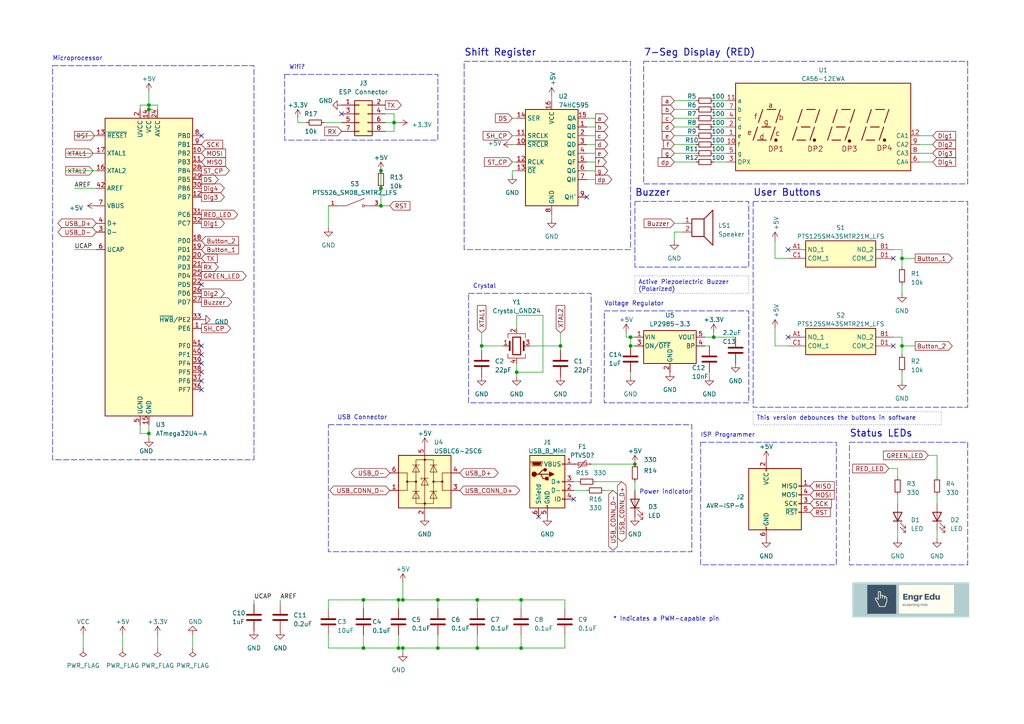
<source format=kicad_sch>
(kicad_sch (version 20230121) (generator eeschema)
  (paper "A4")
  (title_block (title "Arduino Uno Shield") (date "2023-03-22") (rev "1.0"))
  (junction (at 43.18 30.48))
  (junction (at 116.84 173.99))
  (junction (at 105.41 187.96))
  (junction (at 115.57 173.99))
  (junction (at 138.43 173.99))
  (junction (at 114.3 35.56))
  (junction (at 207.01 97.79))
  (junction (at 184.15 134.62))
  (junction (at 110.49 49.53))
  (junction (at 105.41 173.99))
  (junction (at 149.86 107.95))
  (junction (at 127 187.96))
  (junction (at 127 173.99))
  (junction (at 110.49 54.61))
  (junction (at 261.62 100.33))
  (junction (at 182.88 97.79))
  (junction (at 151.13 187.96))
  (junction (at 261.62 74.93))
  (junction (at 115.57 187.96))
  (junction (at 151.13 173.99))
  (junction (at 110.49 59.69))
  (junction (at 182.88 100.33))
  (junction (at 162.56 100.33))
  (junction (at 116.84 187.96))
  (junction (at 43.18 31.75))
  (junction (at 43.18 125.73))
  (junction (at 139.7 100.33))
  (junction (at 138.43 187.96))
  (no_connect (at 58.42 100.33))
  (no_connect (at 58.42 82.55))
  (no_connect (at 99.06 33.02))
  (no_connect (at 156.21 149.86))
  (no_connect (at 170.18 57.15))
  (no_connect (at 228.6 97.79))
  (no_connect (at 58.42 110.49))
  (no_connect (at 58.42 105.41))
  (no_connect (at 58.42 102.87))
  (no_connect (at 58.42 113.03))
  (no_connect (at 259.08 74.93))
  (no_connect (at 58.42 107.95))
  (no_connect (at 259.08 100.33))
  (no_connect (at 228.6 72.39))
  (no_connect (at 58.42 39.37))
  (no_connect (at 166.37 144.78))
  (wire (pts (xy 105.41 173.99) (xy 115.57 173.99)))
  (wire (pts (xy 86.36 35.56) (xy 88.9 35.56)))
  (wire (pts (xy 151.13 173.99) (xy 163.83 173.99)))
  (wire (pts (xy 160.02 62.23) (xy 160.02 63.5)))
  (wire (pts (xy 162.56 96.52) (xy 162.56 100.33)))
  (wire (pts (xy 261.62 100.33) (xy 261.62 102.87)))
  (wire (pts (xy 207.01 34.29) (xy 210.82 34.29)))
  (wire (pts (xy 138.43 187.96) (xy 151.13 187.96)))
  (wire (pts (xy 138.43 173.99) (xy 151.13 173.99)))
  (wire (pts (xy 184.15 100.33) (xy 182.88 100.33)))
  (wire (pts (xy 151.13 176.53) (xy 151.13 173.99)))
  (wire (pts (xy 105.41 187.96) (xy 115.57 187.96)))
  (wire (pts (xy 93.98 35.56) (xy 99.06 35.56)))
  (wire (pts (xy 195.58 67.31) (xy 195.58 69.85)))
  (wire (pts (xy 170.18 34.29) (xy 172.72 34.29)))
  (wire (pts (xy 115.57 187.96) (xy 116.84 187.96)))
  (wire (pts (xy 261.62 100.33) (xy 265.43 100.33)))
  (wire (pts (xy 95.25 176.53) (xy 95.25 173.99)))
  (wire (pts (xy 228.6 74.93) (xy 224.79 74.93)))
  (wire (pts (xy 105.41 184.15) (xy 105.41 187.96)))
  (wire (pts (xy 204.47 100.33) (xy 205.74 100.33)))
  (wire (pts (xy 261.62 74.93) (xy 261.62 77.47)))
  (wire (pts (xy 138.43 184.15) (xy 138.43 187.96)))
  (wire (pts (xy 260.35 143.51) (xy 260.35 146.05)))
  (wire (pts (xy 43.18 31.75) (xy 44.45 31.75)))
  (wire (pts (xy 110.49 49.53) (xy 110.49 54.61)))
  (wire (pts (xy 111.76 33.02) (xy 114.3 33.02)))
  (wire (pts (xy 81.28 173.99) (xy 81.28 175.26)))
  (wire (pts (xy 166.37 142.24) (xy 170.18 142.24)))
  (wire (pts (xy 148.59 39.37) (xy 149.86 39.37)))
  (wire (pts (xy 127 187.96) (xy 138.43 187.96)))
  (wire (pts (xy 259.08 72.39) (xy 261.62 72.39)))
  (wire (pts (xy 149.86 107.95) (xy 149.86 109.22)))
  (wire (pts (xy 116.84 187.96) (xy 127 187.96)))
  (wire (pts (xy 172.72 139.7) (xy 180.34 139.7)))
  (wire (pts (xy 163.83 176.53) (xy 163.83 173.99)))
  (wire (pts (xy 195.58 34.29) (xy 201.93 34.29)))
  (wire (pts (xy 195.58 64.77) (xy 198.12 64.77)))
  (wire (pts (xy 266.7 41.91) (xy 270.51 41.91)))
  (wire (pts (xy 151.13 187.96) (xy 163.83 187.96)))
  (wire (pts (xy 43.18 26.67) (xy 43.18 30.48)))
  (wire (pts (xy 207.01 96.52) (xy 207.01 97.79)))
  (wire (pts (xy 271.78 132.08) (xy 271.78 138.43)))
  (wire (pts (xy 195.58 31.75) (xy 201.93 31.75)))
  (wire (pts (xy 116.84 187.96) (xy 116.84 189.23)))
  (wire (pts (xy 149.86 105.41) (xy 149.86 107.95)))
  (wire (pts (xy 45.72 31.75) (xy 45.72 30.48)))
  (wire (pts (xy 149.86 49.53) (xy 148.59 49.53)))
  (wire (pts (xy 115.57 176.53) (xy 115.57 173.99)))
  (wire (pts (xy 163.83 184.15) (xy 163.83 187.96)))
  (wire (pts (xy 271.78 143.51) (xy 271.78 146.05)))
  (wire (pts (xy 195.58 39.37) (xy 201.93 39.37)))
  (wire (pts (xy 207.01 97.79) (xy 204.47 97.79)))
  (wire (pts (xy 160.02 27.94) (xy 160.02 29.21)))
  (wire (pts (xy 157.48 107.95) (xy 149.86 107.95)))
  (wire (pts (xy 269.24 132.08) (xy 271.78 132.08)))
  (wire (pts (xy 21.59 54.61) (xy 27.94 54.61)))
  (wire (pts (xy 19.05 44.45) (xy 27.94 44.45)))
  (wire (pts (xy 116.84 168.91) (xy 116.84 173.99)))
  (wire (pts (xy 95.25 59.69) (xy 95.25 66.04)))
  (wire (pts (xy 111.76 38.1) (xy 114.3 38.1)))
  (wire (pts (xy 43.18 30.48) (xy 43.18 31.75)))
  (wire (pts (xy 195.58 41.91) (xy 201.93 41.91)))
  (wire (pts (xy 148.59 34.29) (xy 149.86 34.29)))
  (wire (pts (xy 207.01 29.21) (xy 210.82 29.21)))
  (wire (pts (xy 55.88 184.15) (xy 55.88 187.96)))
  (wire (pts (xy 21.59 72.39) (xy 27.94 72.39)))
  (wire (pts (xy 261.62 74.93) (xy 265.43 74.93)))
  (wire (pts (xy 114.3 35.56) (xy 115.57 35.56)))
  (wire (pts (xy 271.78 153.67) (xy 271.78 156.21)))
  (wire (pts (xy 170.18 46.99) (xy 172.72 46.99)))
  (wire (pts (xy 266.7 44.45) (xy 270.51 44.45)))
  (wire (pts (xy 95.25 187.96) (xy 105.41 187.96)))
  (wire (pts (xy 171.45 134.62) (xy 184.15 134.62)))
  (wire (pts (xy 45.72 184.15) (xy 45.72 187.96)))
  (wire (pts (xy 162.56 101.6) (xy 162.56 100.33)))
  (wire (pts (xy 148.59 41.91) (xy 149.86 41.91)))
  (wire (pts (xy 207.01 36.83) (xy 210.82 36.83)))
  (wire (pts (xy 110.49 59.69) (xy 113.03 59.69)))
  (wire (pts (xy 116.84 173.99) (xy 127 173.99)))
  (wire (pts (xy 43.18 123.19) (xy 43.18 125.73)))
  (wire (pts (xy 182.88 97.79) (xy 182.88 100.33)))
  (wire (pts (xy 139.7 96.52) (xy 139.7 100.33)))
  (wire (pts (xy 115.57 173.99) (xy 116.84 173.99)))
  (wire (pts (xy 195.58 46.99) (xy 201.93 46.99)))
  (wire (pts (xy 198.12 67.31) (xy 195.58 67.31)))
  (wire (pts (xy 182.88 97.79) (xy 181.61 97.79)))
  (wire (pts (xy 40.64 123.19) (xy 40.64 125.73)))
  (wire (pts (xy 45.72 30.48) (xy 43.18 30.48)))
  (wire (pts (xy 127 176.53) (xy 127 173.99)))
  (wire (pts (xy 162.56 100.33) (xy 153.67 100.33)))
  (wire (pts (xy 43.18 125.73) (xy 43.18 127)))
  (wire (pts (xy 95.25 173.99) (xy 105.41 173.99)))
  (wire (pts (xy 207.01 97.79) (xy 213.36 97.79)))
  (wire (pts (xy 86.36 34.29) (xy 86.36 35.56)))
  (wire (pts (xy 95.25 184.15) (xy 95.25 187.96)))
  (wire (pts (xy 184.15 97.79) (xy 182.88 97.79)))
  (wire (pts (xy 148.59 49.53) (xy 148.59 50.8)))
  (wire (pts (xy 207.01 44.45) (xy 210.82 44.45)))
  (wire (pts (xy 127 173.99) (xy 138.43 173.99)))
  (wire (pts (xy 170.18 39.37) (xy 172.72 39.37)))
  (wire (pts (xy 261.62 72.39) (xy 261.62 74.93)))
  (wire (pts (xy 24.13 184.15) (xy 24.13 187.96)))
  (wire (pts (xy 207.01 31.75) (xy 210.82 31.75)))
  (wire (pts (xy 195.58 36.83) (xy 201.93 36.83)))
  (wire (pts (xy 139.7 100.33) (xy 146.05 100.33)))
  (wire (pts (xy 207.01 41.91) (xy 210.82 41.91)))
  (wire (pts (xy 149.86 95.25) (xy 149.86 91.44)))
  (wire (pts (xy 184.15 139.7) (xy 184.15 142.24)))
  (wire (pts (xy 40.64 31.75) (xy 40.64 30.48)))
  (wire (pts (xy 166.37 139.7) (xy 167.64 139.7)))
  (wire (pts (xy 157.48 91.44) (xy 157.48 107.95)))
  (wire (pts (xy 139.7 101.6) (xy 139.7 100.33)))
  (wire (pts (xy 261.62 82.55) (xy 261.62 85.09)))
  (wire (pts (xy 73.66 173.99) (xy 73.66 175.26)))
  (wire (pts (xy 170.18 41.91) (xy 172.72 41.91)))
  (wire (pts (xy 151.13 184.15) (xy 151.13 187.96)))
  (wire (pts (xy 266.7 46.99) (xy 270.51 46.99)))
  (wire (pts (xy 170.18 44.45) (xy 172.72 44.45)))
  (wire (pts (xy 40.64 30.48) (xy 43.18 30.48)))
  (wire (pts (xy 224.79 74.93) (xy 224.79 69.85)))
  (wire (pts (xy 170.18 36.83) (xy 172.72 36.83)))
  (wire (pts (xy 127 184.15) (xy 127 187.96)))
  (wire (pts (xy 138.43 176.53) (xy 138.43 173.99)))
  (wire (pts (xy 261.62 107.95) (xy 261.62 110.49)))
  (wire (pts (xy 19.05 49.53) (xy 27.94 49.53)))
  (wire (pts (xy 195.58 29.21) (xy 201.93 29.21)))
  (wire (pts (xy 195.58 44.45) (xy 201.93 44.45)))
  (wire (pts (xy 149.86 91.44) (xy 157.48 91.44)))
  (wire (pts (xy 21.59 39.37) (xy 27.94 39.37)))
  (wire (pts (xy 114.3 33.02) (xy 114.3 35.56)))
  (wire (pts (xy 260.35 135.89) (xy 260.35 138.43)))
  (wire (pts (xy 182.88 107.95) (xy 182.88 109.22)))
  (wire (pts (xy 259.08 97.79) (xy 261.62 97.79)))
  (wire (pts (xy 260.35 153.67) (xy 260.35 156.21)))
  (wire (pts (xy 40.64 125.73) (xy 43.18 125.73)))
  (wire (pts (xy 224.79 100.33) (xy 224.79 95.25)))
  (wire (pts (xy 111.76 35.56) (xy 114.3 35.56)))
  (wire (pts (xy 114.3 38.1) (xy 114.3 35.56)))
  (wire (pts (xy 207.01 39.37) (xy 210.82 39.37)))
  (wire (pts (xy 105.41 176.53) (xy 105.41 173.99)))
  (wire (pts (xy 170.18 52.07) (xy 172.72 52.07)))
  (wire (pts (xy 115.57 184.15) (xy 115.57 187.96)))
  (wire (pts (xy 266.7 39.37) (xy 270.51 39.37)))
  (wire (pts (xy 228.6 100.33) (xy 224.79 100.33)))
  (wire (pts (xy 205.74 107.95) (xy 205.74 109.22)))
  (wire (pts (xy 35.56 184.15) (xy 35.56 187.96)))
  (wire (pts (xy 148.59 46.99) (xy 149.86 46.99)))
  (wire (pts (xy 261.62 97.79) (xy 261.62 100.33)))
  (wire (pts (xy 257.81 135.89) (xy 260.35 135.89)))
  (wire (pts (xy 110.49 54.61) (xy 110.49 59.69)))
  (wire (pts (xy 181.61 97.79) (xy 181.61 96.52)))
  (wire (pts (xy 170.18 49.53) (xy 172.72 49.53)))
  (wire (pts (xy 207.01 46.99) (xy 210.82 46.99)))
  (wire (pts (xy 175.26 142.24) (xy 177.8 142.24)))
  (rectangle (start 15.24 19.05) (end 73.66 133.35) (stroke (width 0) (type dash)))
  (rectangle (start 82.55 21.59) (end 127 40.64) (stroke (width 0) (type dash)))
  (rectangle (start 246.38 128.27) (end 280.67 163.83) (stroke (width 0) (type dash)))
  (rectangle (start 203.2 128.27) (end 242.57 163.83) (stroke (width 0) (type dash)))
  (rectangle (start 175.26 90.17) (end 217.17 116.84) (stroke (width 0) (type dash)))
  (rectangle (start 184.15 58.42) (end 217.17 77.47) (stroke (width 0) (type dash)))
  (rectangle (start 218.44 58.42) (end 280.67 118.11) (stroke (width 0) (type dash)))
  (rectangle (start 135.89 85.09) (end 171.45 116.84) (stroke (width 0) (type dash)))
  (rectangle (start 134.62 17.78) (end 182.88 72.39) (stroke (width 0) (type dash)))
  (rectangle (start 95.25 123.19) (end 200.66 160.02) (stroke (width 0) (type dash)))
  (rectangle (start 186.69 17.78) (end 280.67 53.34) (stroke (width 0) (type dash)))
  (image (at 264.16 173.99) (scale 0.800628))
  (text_box "Active Piezoelectric Buzzer (Polarized)" (at 184.15 80.01 0) (size 33.02 5.08) (stroke (width 0) (type dot)) (effects (font (size 1.27 1.27)) (justify left top)))
  (text_box "This version debounces the buttons in software" (at 218.44 119.38 0) (size 54.61 3.81) (stroke (width 0) (type dot)) (effects (font (size 1.27 1.27)) (justify left top)))
  (text "Shift Register" (at 134.62 16.51 0) (effects (font (size 2 2) (thickness 0.254) bold) (justify left bottom)))
  (text "Microprocessor" (at 15.24 17.78 0) (effects (font (size 1.27 1.27)) (justify left bottom)))
  (text "USB Connector" (at 97.79 121.92 0) (effects (font (size 1.27 1.27)) (justify left bottom)))
  (text "ISP Programmer\n" (at 203.2 127 0) (effects (font (size 1.27 1.27)) (justify left bottom)))
  (text "Status LEDs" (at 246.38 127 0) (effects (font (size 2 2) (thickness 0.254) bold) (justify left bottom)))
  (text "Wifi?" (at 83.82 20.32 0) (effects (font (size 1.27 1.27)) (justify left bottom)))
  (text "Power indicator" (at 185.42 143.51 0) (effects (font (size 1.27 1.27)) (justify left bottom)))
  (text "User Buttons" (at 218.44 57.15 0) (effects (font (size 2 2) (thickness 0.254) bold) (justify left bottom)))
  (text "Buzzer" (at 184.15 57.15 0) (effects (font (size 2 2) (thickness 0.254) bold) (justify left bottom)))
  (text "* Indicates a PWM-capable pin" (at 177.8 180.34 0) (effects (font (size 1.27 1.27)) (justify left bottom)))
  (text "Voltage Regulator" (at 175.26 88.9 0) (effects (font (size 1.27 1.27)) (justify left bottom)))
  (text "7-Seg Display (RED)" (at 186.69 16.51 0) (effects (font (size 2 2) (thickness 0.254) bold) (justify left bottom)))
  (text "Crystal" (at 137.16 83.82 0) (effects (font (size 1.27 1.27)) (justify left bottom)))
  (label "AREF" (at 21.59 54.61 0))
  (label "UCAP" (at 21.59 72.39 0))
  (label "UCAP" (at 73.66 173.99 0))
  (label "AREF" (at 81.28 173.99 0))
  (global_label "Button_2" (shape input) (at 58.42 69.85 0) (property "Intersheetrefs" "${INTERSHEET_REFS}" (effects hide)))
  (global_label "e" (shape output) (at 172.72 44.45 0) (property "Intersheetrefs" "${INTERSHEET_REFS}" (effects hide)))
  (global_label "Button_1" (shape output) (at 265.43 74.93 0) (property "Intersheetrefs" "${INTERSHEET_REFS}" (effects hide)))
  (global_label "g" (shape output) (at 172.72 49.53 0) (property "Intersheetrefs" "${INTERSHEET_REFS}" (effects hide)))
  (global_label "XTAL1" (shape input) (at 139.7 96.52 90) (property "Intersheetrefs" "${INTERSHEET_REFS}" (effects hide)))
  (global_label "SH_CP" (shape output) (at 58.42 95.25 0) (property "Intersheetrefs" "${INTERSHEET_REFS}" (effects hide)))
  (global_label "dp" (shape output) (at 172.72 52.07 0) (property "Intersheetrefs" "${INTERSHEET_REFS}" (effects hide)))
  (global_label "MISO" (shape input) (at 58.42 46.99 0) (property "Intersheetrefs" "${INTERSHEET_REFS}" (effects hide)))
  (global_label "TX" (shape input) (at 58.42 74.93 0) (property "Intersheetrefs" "${INTERSHEET_REFS}" (effects hide)))
  (global_label "b" (shape input) (at 195.58 31.75 180) (property "Intersheetrefs" "${INTERSHEET_REFS}" (effects hide)))
  (global_label "Dig2" (shape output) (at 58.42 85.09 0) (property "Intersheetrefs" "${INTERSHEET_REFS}" (effects hide)))
  (global_label "RST" (shape input) (at 113.03 59.69 0) (property "Intersheetrefs" "${INTERSHEET_REFS}" (effects hide)))
  (global_label "f" (shape output) (at 172.72 46.99 0) (property "Intersheetrefs" "${INTERSHEET_REFS}" (effects hide)))
  (global_label "ST_CP" (shape input) (at 148.59 46.99 180) (property "Intersheetrefs" "${INTERSHEET_REFS}" (effects hide)))
  (global_label "d" (shape input) (at 195.58 36.83 180) (property "Intersheetrefs" "${INTERSHEET_REFS}" (effects hide)))
  (global_label "a" (shape input) (at 195.58 29.21 180) (property "Intersheetrefs" "${INTERSHEET_REFS}" (effects hide)))
  (global_label "Button_1" (shape input) (at 58.42 72.39 0) (property "Intersheetrefs" "${INTERSHEET_REFS}" (effects hide)))
  (global_label "RST" (shape input) (at 234.95 148.59 0) (property "Intersheetrefs" "${INTERSHEET_REFS}" (effects hide)))
  (global_label "Dig4" (shape output) (at 58.42 54.61 0) (property "Intersheetrefs" "${INTERSHEET_REFS}" (effects hide)))
  (global_label "Dig1" (shape output) (at 58.42 64.77 0) (property "Intersheetrefs" "${INTERSHEET_REFS}" (effects hide)))
  (global_label "c" (shape output) (at 172.72 39.37 0) (property "Intersheetrefs" "${INTERSHEET_REFS}" (effects hide)))
  (global_label "RED_LED" (shape output) (at 58.42 62.23 0) (property "Intersheetrefs" "${INTERSHEET_REFS}" (effects hide)))
  (global_label "USB_CONN_D-" (shape bidirectional) (at 177.8 142.24 270) (property "Intersheetrefs" "${INTERSHEET_REFS}" (effects hide)))
  (global_label "g" (shape input) (at 195.58 44.45 180) (property "Intersheetrefs" "${INTERSHEET_REFS}" (effects hide)))
  (global_label "USB_D+" (shape bidirectional) (at 133.35 137.16 0) (property "Intersheetrefs" "${INTERSHEET_REFS}" (effects hide)))
  (global_label "Dig1" (shape input) (at 270.51 39.37 0) (property "Intersheetrefs" "${INTERSHEET_REFS}" (effects hide)))
  (global_label "USB_CONN_D+" (shape bidirectional) (at 133.35 142.24 0) (property "Intersheetrefs" "${INTERSHEET_REFS}" (effects hide)))
  (global_label "GREEN_LED" (shape input) (at 269.24 132.08 180) (property "Intersheetrefs" "${INTERSHEET_REFS}" (effects hide)))
  (global_label "a" (shape output) (at 172.72 34.29 0) (property "Intersheetrefs" "${INTERSHEET_REFS}" (effects hide)))
  (global_label "Dig2" (shape input) (at 270.51 41.91 0) (property "Intersheetrefs" "${INTERSHEET_REFS}" (effects hide)))
  (global_label "MOSI" (shape input) (at 58.42 44.45 0) (property "Intersheetrefs" "${INTERSHEET_REFS}" (effects hide)))
  (global_label "Dig3" (shape output) (at 58.42 57.15 0) (property "Intersheetrefs" "${INTERSHEET_REFS}" (effects hide)))
  (global_label "MISO" (shape input) (at 234.95 140.97 0) (property "Intersheetrefs" "${INTERSHEET_REFS}" (effects hide)))
  (global_label "DS" (shape input) (at 148.59 34.29 180) (property "Intersheetrefs" "${INTERSHEET_REFS}" (effects hide)))
  (global_label "SH_CP" (shape input) (at 148.59 39.37 180) (property "Intersheetrefs" "${INTERSHEET_REFS}" (effects hide)))
  (global_label "Button_2" (shape output) (at 265.43 100.33 0) (property "Intersheetrefs" "${INTERSHEET_REFS}" (effects hide)))
  (global_label "Dig4" (shape input) (at 270.51 46.99 0) (property "Intersheetrefs" "${INTERSHEET_REFS}" (effects hide)))
  (global_label "RX" (shape input) (at 99.06 38.1 180) (property "Intersheetrefs" "${INTERSHEET_REFS}" (effects hide)))
  (global_label "XTAL2" (shape input) (at 162.56 96.52 90) (property "Intersheetrefs" "${INTERSHEET_REFS}" (effects hide)))
  (global_label "TX" (shape output) (at 111.76 30.48 0) (property "Intersheetrefs" "${INTERSHEET_REFS}" (effects hide)))
  (global_label "c" (shape input) (at 195.58 34.29 180) (property "Intersheetrefs" "${INTERSHEET_REFS}" (effects hide)))
  (global_label "SCK" (shape input) (at 234.95 146.05 0) (property "Intersheetrefs" "${INTERSHEET_REFS}" (effects hide)))
  (global_label "dp" (shape input) (at 195.58 46.99 180) (property "Intersheetrefs" "${INTERSHEET_REFS}" (effects hide)))
  (global_label "USB_D+" (shape bidirectional) (at 27.94 64.77 180) (property "Intersheetrefs" "${INTERSHEET_REFS}" (effects hide)))
  (global_label "RX" (shape output) (at 58.42 77.47 0) (property "Intersheetrefs" "${INTERSHEET_REFS}" (effects hide)))
  (global_label "USB_D-" (shape bidirectional) (at 27.94 67.31 180) (property "Intersheetrefs" "${INTERSHEET_REFS}" (effects hide)))
  (global_label "USB_CONN_D+" (shape bidirectional) (at 180.34 139.7 270) (property "Intersheetrefs" "${INTERSHEET_REFS}" (effects hide)))
  (global_label "USB_D-" (shape bidirectional) (at 113.03 137.16 180) (property "Intersheetrefs" "${INTERSHEET_REFS}" (effects hide)))
  (global_label "ST_CP" (shape output) (at 58.42 49.53 0) (property "Intersheetrefs" "${INTERSHEET_REFS}" (effects hide)))
  (global_label "Dig3" (shape input) (at 270.51 44.45 0) (property "Intersheetrefs" "${INTERSHEET_REFS}" (effects hide)))
  (global_label "Buzzer" (shape input) (at 195.58 64.77 180) (property "Intersheetrefs" "${INTERSHEET_REFS}" (effects hide)))
  (global_label "XTAL1" (shape output) (at 19.05 44.45 0) (property "Intersheetrefs" "${INTERSHEET_REFS}" (effects hide)))
  (global_label "XTAL2" (shape output) (at 19.05 49.53 0) (property "Intersheetrefs" "${INTERSHEET_REFS}" (effects hide)))
  (global_label "d" (shape output) (at 172.72 41.91 0) (property "Intersheetrefs" "${INTERSHEET_REFS}" (effects hide)))
  (global_label "GREEN_LED" (shape output) (at 58.42 80.01 0) (property "Intersheetrefs" "${INTERSHEET_REFS}" (effects hide)))
  (global_label "Buzzer" (shape output) (at 58.42 87.63 0) (property "Intersheetrefs" "${INTERSHEET_REFS}" (effects hide)))
  (global_label "SCK" (shape input) (at 58.42 41.91 0) (property "Intersheetrefs" "${INTERSHEET_REFS}" (effects hide)))
  (global_label "USB_CONN_D-" (shape bidirectional) (at 113.03 142.24 180) (property "Intersheetrefs" "${INTERSHEET_REFS}" (effects hide)))
  (global_label "RST" (shape output) (at 21.59 39.37 0) (property "Intersheetrefs" "${INTERSHEET_REFS}" (effects hide)))
  (global_label "e" (shape input) (at 195.58 39.37 180) (property "Intersheetrefs" "${INTERSHEET_REFS}" (effects hide)))
  (global_label "MOSI" (shape input) (at 234.95 143.51 0) (property "Intersheetrefs" "${INTERSHEET_REFS}" (effects hide)))
  (global_label "DS" (shape output) (at 58.42 52.07 0) (property "Intersheetrefs" "${INTERSHEET_REFS}" (effects hide)))
  (global_label "f" (shape input) (at 195.58 41.91 180) (property "Intersheetrefs" "${INTERSHEET_REFS}" (effects hide)))
  (global_label "b" (shape output) (at 172.72 36.83 0) (property "Intersheetrefs" "${INTERSHEET_REFS}" (effects hide)))
  (global_label "RED_LED" (shape input) (at 257.81 135.89 180) (property "Intersheetrefs" "${INTERSHEET_REFS}" (effects hide)))
  (symbol (lib_id "power:+5V") (at 224.79 95.25 0) (unit 1)
    (property "Reference" "#PWR014" (effects hide))
    (property "Value" "+5V" (at 225.1456 92.202 90) (effects (justify left)))
  )
  (symbol (lib_id "power:GND") (at 222.25 156.21 0) (unit 1)
    (property "Reference" "#PWR028" (effects hide))
    (property "Value" "GND" (at 222.25 161.29 0))
  )
  (symbol (lib_id "power:PWR_FLAG") (at 45.72 187.96 180) (unit 1)
    (property "Reference" "#FLG03" (effects hide))
    (property "Value" "PWR_FLAG" (at 45.72 193.04 0))
  )
  (symbol (lib_id "74xx:74HC595") (at 160.02 44.45 0) (unit 1)
    (property "Reference" "U2" (at 161.9759 27.94 0) (effects (justify left)))
    (property "Value" "74HC595" (at 161.9759 30.48 0) (effects (justify left)))
    (property "Footprint" "Package_SO:TSSOP-16_4.4x5mm_P0.65mm" (effects hide))
    (property "Datasheet" "http://www.ti.com/lit/ds/symlink/sn74hc595.pdf" (effects hide))
  )
  (symbol (lib_id "power:GND") (at 182.88 109.22 0) (unit 1)
    (property "Reference" "#PWR038" (effects hide))
    (property "Value" "GND" (at 182.88 114.3 0))
  )
  (symbol (lib_name "+5V_1") (lib_id "power:+5V") (at 184.15 134.62 0) (unit 1)
    (property "Reference" "#PWR024" (effects hide))
    (property "Value" "+5V" (at 184.15 130.81 0))
  )
  (symbol (lib_id "Device:C") (at 105.41 180.34 0) (unit 1)
    (property "Reference" "C4" (at 107.95 180.34 0) (effects (justify left)))
    (property "Value" "0.1uF" (at 107.95 182.88 0) (effects (justify left)))
    (property "Footprint" "Capacitor_SMD:C_0603_1608Metric" (effects hide))
  )
  (symbol (lib_id "Device:C") (at 73.66 179.07 0) (unit 1)
    (property "Reference" "C10" (at 67.31 177.8 0) (effects (justify left)))
    (property "Value" "1uF" (at 67.31 180.34 0) (effects (justify left)))
    (property "Footprint" "Capacitor_SMD:C_0603_1608Metric" (effects hide))
  )
  (symbol (lib_id "Device:LED") (at 260.35 149.86 90) (unit 1)
    (property "Reference" "D1" (at 264.16 150.8125 90) (effects (justify right)))
    (property "Value" "LED" (at 264.16 153.3525 90) (effects (justify right)))
    (property "Footprint" "LED_SMD:LED_0805_2012Metric" (effects hide))
  )
  (symbol (lib_id "power:PWR_FLAG") (at 35.56 187.96 180) (unit 1)
    (property "Reference" "#FLG02" (effects hide))
    (property "Value" "PWR_FLAG" (at 35.56 193.04 0))
  )
  (symbol (lib_id "Device:C") (at 162.56 105.41 0) (unit 1)
    (property "Reference" "C1" (at 166.37 104.775 0) (effects (justify left)))
    (property "Value" "22pF" (at 166.37 107.315 0) (effects (justify left)))
    (property "Footprint" "Capacitor_SMD:C_0201_0603Metric" (effects hide))
  )
  (symbol (lib_name "+5V_1") (lib_id "power:+5V") (at 110.49 49.53 0) (unit 1)
    (property "Reference" "#PWR02" (effects hide))
    (property "Value" "+5V" (at 110.49 45.72 0))
  )
  (symbol (lib_id "power:GND") (at 158.75 149.86 0) (unit 1)
    (property "Reference" "#PWR023" (effects hide))
    (property "Value" "GND" (at 158.75 154.94 0))
  )
  (symbol (lib_id "power:GND") (at 58.42 92.71 90) (unit 1)
    (property "Reference" "#PWR042" (effects hide))
    (property "Value" "GND" (at 62.23 93.345 90) (effects (justify right)))
  )
  (symbol (lib_id "Device:Crystal_GND24") (at 149.86 100.33 0) (unit 1)
    (property "Reference" "Y1" (at 149.86 87.63 0))
    (property "Value" "Crystal_GND24" (at 149.86 90.17 0))
    (property "Footprint" "Crystal:Crystal_SMD_Abracon_ABM8G-4Pin_3.2x2.5mm" (effects hide))
  )
  (symbol (lib_id "power:GND") (at 123.19 149.86 0) (unit 1)
    (property "Reference" "#PWR026" (effects hide))
    (property "Value" "GND" (at 123.19 154.94 0))
  )
  (symbol (lib_id "Device:LED") (at 184.15 146.05 90) (unit 1)
    (property "Reference" "D3" (at 187.96 147.0025 90) (effects (justify right)))
    (property "Value" "LED" (at 187.96 149.5425 90) (effects (justify right)))
    (property "Footprint" "LED_SMD:LED_0805_2012Metric" (effects hide))
  )
  (symbol (lib_id "Connector:AVR-ISP-6") (at 224.79 146.05 0) (unit 1)
    (property "Reference" "J2" (at 215.9 144.145 0) (effects (justify right)))
    (property "Value" "AVR-ISP-6" (at 215.9 146.685 0) (effects (justify right)))
    (property "Footprint" "Connector_PinSocket_2.54mm:PinSocket_2x03_P2.54mm_Vertical" (effects hide))
    (property "Datasheet" " ~" (effects hide))
  )
  (symbol (lib_id "Device:R_Small") (at 170.18 139.7 90) (unit 1)
    (property "Reference" "R15" (at 168.91 137.16 90))
    (property "Value" "330" (at 173.99 137.16 90))
    (property "Footprint" "Resistor_SMD:R_0603_1608Metric" (effects hide))
  )
  (symbol (lib_name "+5V_1") (lib_id "power:+5V") (at 181.61 96.52 0) (unit 1)
    (property "Reference" "#PWR035" (effects hide))
    (property "Value" "+5V" (at 181.61 92.71 0))
  )
  (symbol (lib_id "Device:C") (at 213.36 101.6 0) (unit 1)
    (property "Reference" "C13" (at 209.55 99.06 0) (effects (justify left)))
    (property "Value" "2.2uF" (at 209.55 96.52 0) (effects (justify left)))
    (property "Footprint" "Capacitor_SMD:C_0603_1608Metric" (effects hide))
  )
  (symbol (lib_id "Device:C") (at 95.25 180.34 0) (unit 1)
    (property "Reference" "C3" (at 97.79 180.34 0) (effects (justify left)))
    (property "Value" "10uF" (at 97.79 182.88 0) (effects (justify left)))
    (property "Footprint" "Capacitor_SMD:C_0603_1608Metric" (effects hide))
  )
  (symbol (lib_name "+5V_1") (lib_id "power:+5V") (at 116.84 168.91 0) (unit 1)
    (property "Reference" "#PWR019" (effects hide))
    (property "Value" "+5V" (at 116.84 165.1 0))
  )
  (symbol (lib_id "Device:R_Small") (at 204.47 36.83 90) (unit 1)
    (property "Reference" "R8" (at 200.66 35.56 90))
    (property "Value" "100" (at 208.28 35.56 90))
    (property "Footprint" "Resistor_SMD:R_0805_2012Metric" (effects hide))
  )
  (symbol (lib_id "power:+5V") (at 160.02 27.94 0) (unit 1)
    (property "Reference" "#PWR07" (effects hide))
    (property "Value" "+5V" (at 160.3756 24.892 90) (effects (justify left)))
  )
  (symbol (lib_id "Connector:USB_B_Mini") (at 158.75 139.7 0) (unit 1)
    (property "Reference" "J1" (at 158.75 128.27 0))
    (property "Value" "USB_B_Mini" (at 158.75 130.81 0))
    (property "Footprint" "Connector_USB:USB_Mini-B_Lumberg_2486_01_Horizontal" (effects hide))
  )
  (symbol (lib_id "Device:R_Small") (at 261.62 80.01 0) (unit 1)
    (property "Reference" "R1" (at 264.16 79.375 0) (effects (justify left)))
    (property "Value" "10k" (at 264.16 81.915 0) (effects (justify left)))
    (property "Footprint" "Resistor_SMD:R_0603_1608Metric" (effects hide))
  )
  (symbol (lib_id "Device:R_Small") (at 261.62 105.41 0) (unit 1)
    (property "Reference" "R2" (at 264.16 104.775 0) (effects (justify left)))
    (property "Value" "10k" (at 264.16 107.315 0) (effects (justify left)))
    (property "Footprint" "Resistor_SMD:R_0603_1608Metric" (effects hide))
  )
  (symbol (lib_id "power:GND") (at 205.74 109.22 0) (unit 1)
    (property "Reference" "#PWR036" (effects hide))
    (property "Value" "GND" (at 205.74 114.3 0))
  )
  (symbol (lib_id "Device:R_Small") (at 204.47 34.29 90) (unit 1)
    (property "Reference" "R7" (at 200.66 33.02 90))
    (property "Value" "100" (at 208.28 33.02 90))
    (property "Footprint" "Resistor_SMD:R_0805_2012Metric" (effects hide))
  )
  (symbol (lib_id "Device:LED") (at 271.78 149.86 90) (unit 1)
    (property "Reference" "D2" (at 275.59 150.8125 90) (effects (justify right)))
    (property "Value" "LED" (at 275.59 153.3525 90) (effects (justify right)))
    (property "Footprint" "LED_SMD:LED_0805_2012Metric" (effects hide))
  )
  (symbol (lib_id "Device:C") (at 115.57 180.34 0) (unit 1)
    (property "Reference" "C5" (at 119.38 179.705 0) (effects (justify left)))
    (property "Value" "0.1uF" (at 119.38 182.245 0) (effects (justify left)))
    (property "Footprint" "Capacitor_SMD:C_0603_1608Metric" (effects hide))
  )
  (symbol (lib_id "Regulator_Linear:LP2985-3.3") (at 194.31 100.33 0) (unit 1)
    (property "Reference" "U5" (at 194.31 91.44 0))
    (property "Value" "LP2985-3.3" (at 194.31 93.98 0))
    (property "Footprint" "Package_TO_SOT_SMD:SOT-23-5" (effects hide))
    (property "Datasheet" "http://www.ti.com/lit/ds/symlink/lp2985.pdf" (effects hide))
  )
  (symbol (lib_id "Device:R_Small") (at 204.47 41.91 90) (unit 1)
    (property "Reference" "R10" (at 200.66 40.64 90))
    (property "Value" "100" (at 208.28 40.64 90))
    (property "Footprint" "Resistor_SMD:R_0805_2012Metric" (effects hide))
  )
  (symbol (lib_id "power:+3.3V") (at 86.36 34.29 0) (unit 1)
    (property "Reference" "#PWR032" (effects hide))
    (property "Value" "+3.3V" (at 86.36 30.48 0))
  )
  (symbol (lib_id "power:GND") (at 213.36 105.41 0) (unit 1)
    (property "Reference" "#PWR037" (effects hide))
    (property "Value" "GND" (at 213.36 110.49 0))
  )
  (symbol (lib_name "+5V_1") (lib_id "power:+5V") (at 123.19 129.54 0) (unit 1)
    (property "Reference" "#PWR027" (effects hide))
    (property "Value" "+5V" (at 123.19 125.73 0))
  )
  (symbol (lib_id "Connector_Generic:Conn_02x04_Odd_Even") (at 104.14 33.02 0) (unit 1)
    (property "Reference" "J3" (at 105.41 24.13 0))
    (property "Value" "ESP Connector" (at 105.41 26.67 0))
    (property "Footprint" "Connector_PinSocket_2.54mm:PinSocket_2x04_P2.54mm_Vertical" (effects hide))
  )
  (symbol (lib_name "+5V_1") (lib_id "power:+5V") (at 43.18 26.67 0) (unit 1)
    (property "Reference" "#PWR017" (effects hide))
    (property "Value" "+5V" (at 43.18 22.86 0))
  )
  (symbol (lib_id "PTS125_SMD_Button:PTS125SM43SMTR21M_LFS") (at 228.6 97.79 0) (unit 1)
    (property "Reference" "S2" (at 243.84 91.44 0))
    (property "Value" "PTS125SM43SMTR21M_LFS" (at 243.84 93.98 0))
    (property "Footprint" "PTS125_SMD_Button:PTS125_SMD_Button" (effects hide))
    (property "Datasheet" "https://www.ckswitches.com/media/1462/pts125.pdf" (effects hide))
    (property "Height" "4.3" (effects hide))
    (property "Manufacturer_Name" "C & K COMPONENTS" (effects hide))
    (property "Manufacturer_Part_Number" "PTS125SM43SMTR21M LFS" (effects hide))
    (property "Mouser Part Number" "611-PTS125S43SMTRLFS" (effects hide))
    (property "Mouser Price/Stock" "https://www.mouser.co.uk/ProductDetail/CK/PTS125SM43SMTR21M-LFS?qs=t7xnP681wgUNXpRGJY2Vkw%3D%3D" (effects hide))
  )
  (symbol (lib_id "Device:R_Small") (at 110.49 52.07 0) (unit 1)
    (property "Reference" "R13" (at 113.03 51.435 0) (effects (justify left)))
    (property "Value" "10k" (at 113.03 53.975 0) (effects (justify left)))
    (property "Footprint" "Resistor_SMD:R_0603_1608Metric" (effects hide))
  )
  (symbol (lib_id "Power_Protection:USBLC6-2SC6") (at 123.19 139.7 0) (unit 1)
    (property "Reference" "U4" (at 125.8317 128.27 0) (effects (justify left)))
    (property "Value" "USBLC6-2SC6" (at 125.8317 130.81 0) (effects (justify left)))
    (property "Footprint" "Package_TO_SOT_SMD:SOT-23-6" (effects hide))
    (property "Datasheet" "https://www.st.com/resource/en/datasheet/usblc6-2.pdf" (effects hide))
  )
  (symbol (lib_id "power:GND") (at 116.84 189.23 0) (unit 1)
    (property "Reference" "#PWR018" (effects hide))
    (property "Value" "GND" (at 115.57 194.31 0))
  )
  (symbol (lib_id "Device:R_Small") (at 260.35 140.97 0) (unit 1)
    (property "Reference" "R3" (at 262.89 140.335 0) (effects (justify left)))
    (property "Value" "330" (at 262.89 142.875 0) (effects (justify left)))
    (property "Footprint" "Resistor_SMD:R_0805_2012Metric" (effects hide))
  )
  (symbol (lib_name "GND_1") (lib_id "power:GND") (at 261.62 110.49 0) (unit 1)
    (property "Reference" "#PWR015" (effects hide))
    (property "Value" "GND" (at 261.62 115.57 0))
  )
  (symbol (lib_id "power:GND") (at 139.7 109.22 0) (unit 1)
    (property "Reference" "#PWR04" (effects hide))
    (property "Value" "GND" (at 139.7 114.3 0))
  )
  (symbol (lib_id "Device:C") (at 151.13 180.34 0) (unit 1)
    (property "Reference" "C8" (at 154.94 179.705 0) (effects (justify left)))
    (property "Value" "0.1uF" (at 154.94 182.245 0) (effects (justify left)))
    (property "Footprint" "Capacitor_SMD:C_0603_1608Metric" (effects hide))
  )
  (symbol (lib_id "Device:C") (at 205.74 104.14 0) (unit 1)
    (property "Reference" "C12" (at 200.66 106.68 0) (effects (justify left)))
    (property "Value" "10nF" (at 200.66 109.22 0) (effects (justify left)))
    (property "Footprint" "Capacitor_SMD:C_0603_1608Metric" (effects hide))
  )
  (symbol (lib_id "power:GND") (at 184.15 149.86 0) (unit 1)
    (property "Reference" "#PWR025" (effects hide))
    (property "Value" "GND" (at 184.15 154.94 0))
  )
  (symbol (lib_id "Device:C") (at 182.88 104.14 0) (unit 1)
    (property "Reference" "C14" (at 176.53 102.87 0) (effects (justify left)))
    (property "Value" "1uF" (at 176.53 105.41 0) (effects (justify left)))
    (property "Footprint" "Capacitor_SMD:C_0603_1608Metric" (effects hide))
  )
  (symbol (lib_id "Device:C") (at 163.83 180.34 0) (unit 1)
    (property "Reference" "C9" (at 167.64 179.705 0) (effects (justify left)))
    (property "Value" "0.1uF" (at 167.64 182.245 0) (effects (justify left)))
    (property "Footprint" "Capacitor_SMD:C_0603_1608Metric" (effects hide))
  )
  (symbol (lib_id "Device:R_Small") (at 184.15 137.16 0) (unit 1)
    (property "Reference" "R14" (at 186.69 136.525 0) (effects (justify left)))
    (property "Value" "330" (at 186.69 133.35 0) (effects (justify left)))
    (property "Footprint" "Resistor_SMD:R_0805_2012Metric" (effects hide))
  )
  (symbol (lib_id "PTS125_SMD_Button:PTS125SM43SMTR21M_LFS") (at 228.6 72.39 0) (unit 1)
    (property "Reference" "S1" (at 243.84 66.04 0))
    (property "Value" "PTS125SM43SMTR21M_LFS" (at 243.84 68.58 0))
    (property "Footprint" "PTS125_SMD_Button:PTS125_SMD_Button" (effects hide))
    (property "Datasheet" "https://www.ckswitches.com/media/1462/pts125.pdf" (effects hide))
    (property "Height" "4.3" (effects hide))
    (property "Manufacturer_Name" "C & K COMPONENTS" (effects hide))
    (property "Manufacturer_Part_Number" "PTS125SM43SMTR21M LFS" (effects hide))
    (property "Mouser Part Number" "611-PTS125S43SMTRLFS" (effects hide))
    (property "Mouser Price/Stock" "https://www.mouser.co.uk/ProductDetail/CK/PTS125SM43SMTR21M-LFS?qs=t7xnP681wgUNXpRGJY2Vkw%3D%3D" (effects hide))
  )
  (symbol (lib_id "Device:R_Small") (at 204.47 29.21 90) (unit 1)
    (property "Reference" "R5" (at 200.66 27.94 90))
    (property "Value" "100" (at 208.28 27.94 90))
    (property "Footprint" "Resistor_SMD:R_0805_2012Metric" (effects hide))
  )
  (symbol (lib_id "power:GND") (at 95.25 66.04 0) (unit 1)
    (property "Reference" "#PWR01" (effects hide))
    (property "Value" "GND" (at 95.25 71.12 0))
  )
  (symbol (lib_id "power:+5V") (at 148.59 41.91 90) (unit 1)
    (property "Reference" "#PWR09" (effects hide))
    (property "Value" "+5V" (at 145.542 41.5544 90) (effects (justify left)))
  )
  (symbol (lib_id "Device:C") (at 127 180.34 0) (unit 1)
    (property "Reference" "C6" (at 130.81 179.705 0) (effects (justify left)))
    (property "Value" "0.1uF" (at 130.81 182.245 0) (effects (justify left)))
    (property "Footprint" "Capacitor_SMD:C_0603_1608Metric" (effects hide))
  )
  (symbol (lib_id "power:GND") (at 99.06 30.48 270) (unit 1)
    (property "Reference" "#PWR031" (effects hide))
    (property "Value" "GND" (at 96.52 29.21 90) (effects (justify right)))
  )
  (symbol (lib_name "+5V_1") (lib_id "power:+5V") (at 27.94 59.69 90) (unit 1)
    (property "Reference" "#PWR043" (effects hide))
    (property "Value" "+5V" (at 24.13 60.325 90) (effects (justify left)))
  )
  (symbol (lib_name "GND_1") (lib_id "power:GND") (at 148.59 50.8 0) (unit 1)
    (property "Reference" "#PWR08" (effects hide))
    (property "Value" "GND" (at 148.59 55.88 0))
  )
  (symbol (lib_name "+5V_1") (lib_id "power:+5V") (at 222.25 133.35 0) (unit 1)
    (property "Reference" "#PWR029" (effects hide))
    (property "Value" "+5V" (at 222.25 129.54 0))
  )
  (symbol (lib_id "power:+3.3V") (at 207.01 96.52 0) (unit 1)
    (property "Reference" "#PWR034" (effects hide))
    (property "Value" "+3.3V" (at 207.01 92.71 0))
  )
  (symbol (lib_id "Display_Character:CA56-12EWA") (at 238.76 36.83 0) (unit 1)
    (property "Reference" "U1" (at 238.76 20.32 0))
    (property "Value" "CA56-12EWA" (at 238.76 22.86 0))
    (property "Footprint" "Display_7Segment:CA56-12EWA" (effects hide))
    (property "Datasheet" "http://cdn.sparkfun.com/datasheets/Components/LED/1LEDREDCC.pdf" (effects hide))
  )
  (symbol (lib_id "Device:C") (at 138.43 180.34 0) (unit 1)
    (property "Reference" "C7" (at 142.24 179.705 0) (effects (justify left)))
    (property "Value" "0.1uF" (at 142.24 182.245 0) (effects (justify left)))
    (property "Footprint" "Capacitor_SMD:C_0603_1608Metric" (effects hide))
  )
  (symbol (lib_id "PTS526_SMD_Button:PTS526_SM08_SMTR2_LFS") (at 102.87 59.69 0) (unit 1)
    (property "Reference" "S3" (at 102.87 53.34 0))
    (property "Value" "PTS526_SM08_SMTR2_LFS" (at 102.87 55.88 0))
    (property "STANDARD" "Manufacturer Recommendations" (effects hide))
    (property "MANUFACTURER" "C&K" (effects hide))
    (property "PARTREV" "20 mar 19" (effects hide))
    (property "MAXIMUM_PACKAGE_HEIGHT" "0.95mm" (effects hide))
  )
  (symbol (lib_id "power:GND") (at 81.28 182.88 0) (unit 1)
    (property "Reference" "#PWR022" (effects hide))
    (property "Value" "GND" (at 81.28 187.96 0))
  )
  (symbol (lib_id "power:GND") (at 73.66 182.88 0) (unit 1)
    (property "Reference" "#PWR021" (effects hide))
    (property "Value" "GND" (at 73.66 187.96 0))
  )
  (symbol (lib_name "GND_2") (lib_id "power:GND") (at 271.78 156.21 0) (unit 1)
    (property "Reference" "#PWR020" (effects hide))
    (property "Value" "GND" (at 271.78 161.29 0))
  )
  (symbol (lib_id "Device:R_Small") (at 204.47 44.45 90) (unit 1)
    (property "Reference" "R11" (at 200.66 43.18 90))
    (property "Value" "100" (at 208.28 43.18 90))
    (property "Footprint" "Resistor_SMD:R_0805_2012Metric" (effects hide))
  )
  (symbol (lib_id "Device:R_Small") (at 271.78 140.97 0) (unit 1)
    (property "Reference" "R4" (at 274.32 140.335 0) (effects (justify left)))
    (property "Value" "330" (at 274.32 142.875 0) (effects (justify left)))
    (property "Footprint" "Resistor_SMD:R_0805_2012Metric" (effects hide))
  )
  (symbol (lib_id "power:PWR_FLAG") (at 55.88 187.96 180) (unit 1)
    (property "Reference" "#FLG04" (effects hide))
    (property "Value" "PWR_FLAG" (at 55.88 193.04 0))
  )
  (symbol (lib_id "power:VCC") (at 24.13 184.15 0) (unit 1)
    (property "Reference" "#PWR039" (effects hide))
    (property "Value" "VCC" (at 24.13 180.34 0))
  )
  (symbol (lib_id "power:GND") (at 194.31 107.95 0) (unit 1)
    (property "Reference" "#PWR033" (effects hide))
    (property "Value" "GND" (at 194.31 113.03 0))
  )
  (symbol (lib_id "Device:C") (at 139.7 105.41 0) (unit 1)
    (property "Reference" "C2" (at 143.51 104.775 0) (effects (justify left)))
    (property "Value" "22pF" (at 143.51 107.315 0) (effects (justify left)))
    (property "Footprint" "Capacitor_SMD:C_0603_1608Metric" (effects hide))
  )
  (symbol (lib_id "Device:R_Small") (at 172.72 142.24 90) (unit 1)
    (property "Reference" "R16" (at 172.72 144.78 90))
    (property "Value" "330" (at 172.72 147.32 90))
    (property "Footprint" "Resistor_SMD:R_0603_1608Metric" (effects hide))
  )
  (symbol (lib_id "MCU_Microchip_ATmega:ATmega32U4-A") (at 43.18 77.47 0) (unit 1)
    (property "Reference" "U3" (at 45.1359 123.19 0) (effects (justify left)))
    (property "Value" "ATmega32U4-A" (at 45.1359 125.73 0) (effects (justify left)))
    (property "Footprint" "Package_QFP:TQFP-44_10x10mm_P0.8mm" (effects hide))
    (property "Datasheet" "http://ww1.microchip.com/downloads/en/DeviceDoc/Atmel-7766-8-bit-AVR-ATmega16U4-32U4_Datasheet.pdf" (effects hide))
  )
  (symbol (lib_id "Device:R_Small") (at 204.47 31.75 90) (unit 1)
    (property "Reference" "R6" (at 200.66 30.48 90))
    (property "Value" "100" (at 208.28 30.48 90))
    (property "Footprint" "Resistor_SMD:R_0805_2012Metric" (effects hide))
  )
  (symbol (lib_name "GND_4") (lib_id "power:GND") (at 43.18 127 0) (unit 1)
    (property "Reference" "#PWR044" (effects hide))
    (property "Value" "GND" (at 44.45 130.81 0) (effects (justify right)))
  )
  (symbol (lib_name "GND_1") (lib_id "power:GND") (at 195.58 69.85 0) (unit 1)
    (property "Reference" "#PWR016" (effects hide))
    (property "Value" "GND" (at 195.58 74.93 0))
  )
  (symbol (lib_id "power:+3.3V") (at 45.72 184.15 0) (unit 1)
    (property "Reference" "#PWR041" (effects hide))
    (property "Value" "+3.3V" (at 45.72 180.34 0))
  )
  (symbol (lib_id "power:GND") (at 162.56 109.22 0) (unit 1)
    (property "Reference" "#PWR05" (effects hide))
    (property "Value" "GND" (at 162.56 114.3 0))
  )
  (symbol (lib_id "Device:Polyfuse_Small") (at 168.91 134.62 90) (unit 1)
    (property "Reference" "F1" (at 168.91 129.54 90))
    (property "Value" "PTVSD?" (at 168.91 132.08 90))
    (property "Footprint" "Fuse:Fuse_1812_4532Metric" (effects hide))
  )
  (symbol (lib_name "GND_3") (lib_id "power:GND") (at 160.02 63.5 0) (unit 1)
    (property "Reference" "#PWR06" (effects hide))
    (property "Value" "GND" (at 160.02 68.58 0))
  )
  (symbol (lib_id "Device:R_Small") (at 204.47 39.37 90) (unit 1)
    (property "Reference" "R9" (at 200.66 38.1 90))
    (property "Value" "100" (at 208.28 38.1 90))
    (property "Footprint" "Resistor_SMD:R_0805_2012Metric" (effects hide))
  )
  (symbol (lib_id "Device:Speaker") (at 203.2 64.77 0) (unit 1)
    (property "Reference" "LS1" (at 208.28 65.405 0) (effects (justify left)))
    (property "Value" "Speaker" (at 208.28 67.945 0) (effects (justify left)))
    (property "Footprint" "Buzzer_Beeper:Buzzer_12x9.5RM7.6" (effects hide))
    (property "Datasheet" "https://www.digikey.com/en/products/detail/cui-devices/CMI-1295IC-0585T/11674150?utm_adgroup=Alarms%2C%20Buzzers%2C%20and%20Sirens&utm_source=google&utm_medium=cpc&utm_campaign=Shopping_Product_Audio%20Products_NEW&utm_term=&utm_content=Alarms%2C%20Buzzers%2C%20and%20Sirens&gclid=CjwKCAjwzuqgBhAcEiwAdj5dRt8nz1IuytFLjx3uwWgVUeIhfTmZ3ysWix6dXCToN1KqcPwJXCrWqhoCtbEQAvD_BwE" (effects hide))
  )
  (symbol (lib_id "Device:R_Small") (at 91.44 35.56 90) (unit 1)
    (property "Reference" "R17" (at 90.17 33.02 90))
    (property "Value" "10k" (at 90.17 38.1 90))
    (property "Footprint" "Resistor_SMD:R_0603_1608Metric" (effects hide))
  )
  (symbol (lib_name "+5V_1") (lib_id "power:+5V") (at 35.56 184.15 0) (unit 1)
    (property "Reference" "#PWR040" (effects hide))
    (property "Value" "+5V" (at 35.56 180.34 0))
  )
  (symbol (lib_id "power:+5V") (at 224.79 69.85 0) (unit 1)
    (property "Reference" "#PWR013" (effects hide))
    (property "Value" "+5V" (at 225.1456 66.802 90) (effects (justify left)))
  )
  (symbol (lib_name "GND_1") (lib_id "power:GND") (at 260.35 156.21 0) (unit 1)
    (property "Reference" "#PWR010" (effects hide))
    (property "Value" "GND" (at 260.35 161.29 0))
  )
  (symbol (lib_id "Device:C") (at 81.28 179.07 0) (unit 1)
    (property "Reference" "C11" (at 85.09 178.435 0) (effects (justify left)))
    (property "Value" "0.2uF" (at 85.09 180.975 0) (effects (justify left)))
    (property "Footprint" "Capacitor_SMD:C_0603_1608Metric" (effects hide))
  )
  (symbol (lib_name "GND_4") (lib_id "power:GND") (at 55.88 184.15 180) (unit 1)
    (property "Reference" "#PWR011" (effects hide))
    (property "Value" "GND" (at 54.61 180.34 0) (effects (justify right)))
  )
  (symbol (lib_id "power:GND") (at 149.86 109.22 0) (unit 1)
    (property "Reference" "#PWR03" (effects hide))
    (property "Value" "GND" (at 149.86 114.3 0))
  )
  (symbol (lib_id "power:+3.3V") (at 115.57 35.56 270) (unit 1)
    (property "Reference" "#PWR030" (effects hide))
    (property "Value" "+3.3V" (at 119.38 36.195 90) (effects (justify left)))
  )
  (symbol (lib_id "Device:R_Small") (at 204.47 46.99 90) (unit 1)
    (property "Reference" "R12" (at 200.66 45.72 90))
    (property "Value" "100" (at 208.28 45.72 90))
    (property "Footprint" "Resistor_SMD:R_0805_2012Metric" (effects hide))
  )
  (symbol (lib_name "GND_1") (lib_id "power:GND") (at 261.62 85.09 0) (unit 1)
    (property "Reference" "#PWR012" (effects hide))
    (property "Value" "GND" (at 261.62 90.17 0))
  )
  (symbol (lib_id "power:PWR_FLAG") (at 24.13 187.96 180) (unit 1)
    (property "Reference" "#FLG01" (effects hide))
    (property "Value" "PWR_FLAG" (at 24.13 193.04 0))
  )
)
</source>
